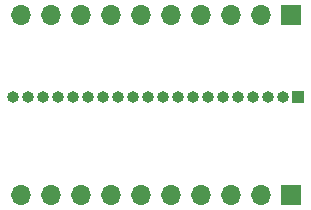
<source format=gbr>
G04 #@! TF.GenerationSoftware,KiCad,Pcbnew,(5.1.4)-1*
G04 #@! TF.CreationDate,2022-03-07T10:14:24+01:00*
G04 #@! TF.ProjectId,UP1-Breadboardadapter,5550312d-4272-4656-9164-626f61726461,V00.01*
G04 #@! TF.SameCoordinates,Original*
G04 #@! TF.FileFunction,Copper,L1,Top*
G04 #@! TF.FilePolarity,Positive*
%FSLAX46Y46*%
G04 Gerber Fmt 4.6, Leading zero omitted, Abs format (unit mm)*
G04 Created by KiCad (PCBNEW (5.1.4)-1) date 2022-03-07 10:14:24*
%MOMM*%
%LPD*%
G04 APERTURE LIST*
%ADD10O,1.000000X1.000000*%
%ADD11R,1.000000X1.000000*%
%ADD12O,1.700000X1.700000*%
%ADD13R,1.700000X1.700000*%
G04 APERTURE END LIST*
D10*
X76200000Y-102235000D03*
X77470000Y-102235000D03*
X78740000Y-102235000D03*
X80010000Y-102235000D03*
X81280000Y-102235000D03*
X82550000Y-102235000D03*
X83820000Y-102235000D03*
X85090000Y-102235000D03*
X86360000Y-102235000D03*
X87630000Y-102235000D03*
X88900000Y-102235000D03*
X90170000Y-102235000D03*
X91440000Y-102235000D03*
X92710000Y-102235000D03*
X93980000Y-102235000D03*
X95250000Y-102235000D03*
X96520000Y-102235000D03*
X97790000Y-102235000D03*
X99060000Y-102235000D03*
D11*
X100330000Y-102235000D03*
D12*
X76835000Y-110490000D03*
X79375000Y-110490000D03*
X81915000Y-110490000D03*
X84455000Y-110490000D03*
X86995000Y-110490000D03*
X89535000Y-110490000D03*
X92075000Y-110490000D03*
X94615000Y-110490000D03*
X97155000Y-110490000D03*
D13*
X99695000Y-110490000D03*
D12*
X76835000Y-95250000D03*
X79375000Y-95250000D03*
X81915000Y-95250000D03*
X84455000Y-95250000D03*
X86995000Y-95250000D03*
X89535000Y-95250000D03*
X92075000Y-95250000D03*
X94615000Y-95250000D03*
X97155000Y-95250000D03*
D13*
X99695000Y-95250000D03*
M02*

</source>
